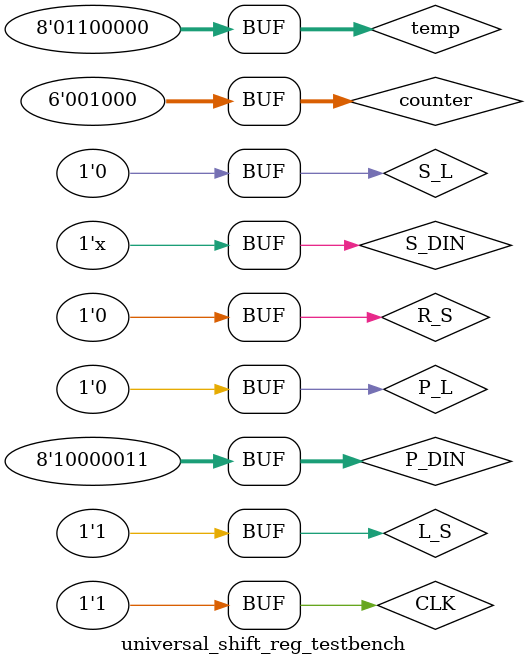
<source format=v>
`timescale 1ns / 1ns


module universal_shift_reg_testbench();

reg CLK;
reg R_S;
reg L_S;
reg P_L;
reg S_L;
reg [7:0] P_DIN;
reg S_DIN;
wire [7:0] P_DOUT;
wire S_DOUT;

universal_shift_reg Test
    (
    .clk(CLK),
    .r_shift(R_S),
    .l_shift(L_S),
    .p_load(P_L),
    .s_load(S_L),
    .p_data_in(P_DIN),
    .s_data_in(S_DIN),
    .p_data_out(P_DOUT),
    .s_data_out(S_DOUT)
    );

reg [5:0] counter;
reg [7:0] temp;

initial
begin   
    counter <= 0;
    temp <= 0;
    L_S <= 0;
    R_S <= 0;
    S_L <= 0;
    P_L <= 1;
    P_DIN <= 131;
    S_DIN <= 0;
    
    CLK <= 0;
    #10;            //Parallel Load Test.
    CLK <= 1;
    #10;
    
    P_L <= 0;
    L_S <= 1;       //Left Shift Test.
    
    for(counter = 0; counter < 8; counter = counter + 1)
    begin      
        CLK <= 0;
        #10;
        CLK <= 1;
        #10;
    end
    
    L_S <= 0;       //Left Shift Test Ends.
    CLK <= 0;
    #10;
    CLK <= 1;
    #10;
    
    R_S <= 1;       //Right Shift Test.
    
    for(counter = 0; counter < 8; counter = counter + 1)
    begin      
        CLK <= 0;
        #10;
        CLK <= 1;
        #10;
    end    
    
    R_S <= 0;       //Right Shift Test Ends. 
    
    temp <= 65;     //Serial Load Test.
    
    CLK <= 0;
    #10;
    CLK <= 1;
    #10;
    
    S_L <= 1;       //Serial Load Right Shift Test.
    R_S <= 1; 
    
    for(counter = 0; counter < 8; counter = counter + 1)
    begin      
        S_DIN <= temp[counter];
        CLK <= 0;
        #10;
        CLK <= 1;
        #10;
    end 
    
    S_L <= 0;
    R_S <= 1;       //Serial Load Right Shift Load Ends.      
                    //Serial Load Right Shift Output.
    for(counter = 0; counter < 8; counter = counter + 1)
    begin      
        CLK <= 0;
        #10;
        CLK <= 1;
        #10;
    end
    
    temp <= 96;
    R_S <= 0;
    
    CLK <= 0;
    #10;
    CLK <= 1;
    #10;
    
    S_L <= 1;       //Serial Load Left Shift Test.
    L_S <= 1;
    
    for(counter = 0; counter < 8; counter = counter + 1)
    begin      
        S_DIN <= temp[7 - counter];
        CLK <= 0;
        #10;
        CLK <= 1;
        #10;
    end
    
    S_L <= 0;
    L_S <= 0;       //Serial Load Left Shift Load Ends.
    
    CLK <= 0;
    #10;
    CLK <= 1;
    #10;
    
    L_S <= 1;       //Serial Load Left Shift Outputs.
    
    for(counter = 0; counter < 8; counter = counter + 1)
    begin      
        CLK <= 0;
        #10;
        CLK <= 1;
        #10;
    end
    
end

endmodule

</source>
